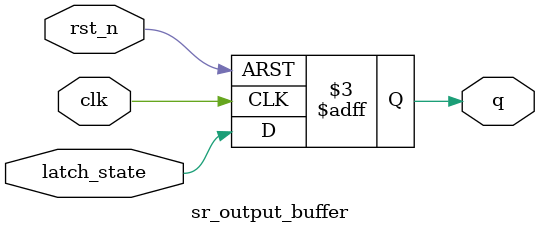
<source format=sv>

`timescale 1ns / 1ps

module sr_latch_top (
    input  wire        clk,       // Clock input
    input  wire        rst_n,     // Active-low reset
    input  wire        s,         // Set input
    input  wire        r,         // Reset input
    output wire        q          // Output state
);

    // Pipeline stage signals for improved datapath organization
    wire        s_conditioned_stage1;
    wire        r_conditioned_stage1;
    wire        set_active_stage1;
    wire        reset_active_stage1;
    reg         set_active_stage2;
    reg         reset_active_stage2;
    reg         latch_state_stage2;
    reg         latch_state_stage3;
    
    // Stage 1: Input conditioning with improved isolation
    sr_input_conditioning u_input_conditioning (
        .clk           (clk),
        .rst_n         (rst_n),
        .s_in          (s),
        .r_in          (r),
        .s_conditioned (s_conditioned_stage1),
        .r_conditioned (r_conditioned_stage1),
        .set_active    (set_active_stage1),
        .reset_active  (reset_active_stage1)
    );
    
    // Pipeline register between conditioning and core logic
    always @(posedge clk or negedge rst_n) begin
        if (!rst_n) begin
            set_active_stage2   <= 1'b0;
            reset_active_stage2 <= 1'b0;
        end else begin
            set_active_stage2   <= set_active_stage1;
            reset_active_stage2 <= reset_active_stage1;
        end
    end
    
    // Stage 2: Core latch operation with registered inputs
    sr_latch_core u_latch_core (
        .clk           (clk),
        .rst_n         (rst_n),
        .set_active    (set_active_stage2),
        .reset_active  (reset_active_stage2),
        .q_out         (latch_state_stage2)
    );
    
    // Pipeline register between core logic and output buffer
    always @(posedge clk or negedge rst_n) begin
        if (!rst_n) begin
            latch_state_stage3 <= 1'b0;
        end else begin
            latch_state_stage3 <= latch_state_stage2;
        end
    end
    
    // Stage 3: Output buffering with registered input
    sr_output_buffer u_output_buffer (
        .clk           (clk),
        .rst_n         (rst_n),
        .latch_state   (latch_state_stage3),
        .q             (q)
    );

endmodule

///////////////////////////////////////////////////////////////////////////////
// File: sr_input_conditioning.v
// Description: Pipelined input signal conditioning module
// Standard: IEEE 1364-2005
///////////////////////////////////////////////////////////////////////////////

module sr_input_conditioning (
    input  wire        clk,           // Clock input
    input  wire        rst_n,         // Active-low reset
    input  wire        s_in,          // Raw set input
    input  wire        r_in,          // Raw reset input
    output reg         s_conditioned, // Registered set signal
    output reg         r_conditioned, // Registered reset signal
    output wire        set_active,    // Conditioned set signal
    output wire        reset_active   // Conditioned reset signal
);

    // Input registration for better timing
    always @(posedge clk or negedge rst_n) begin
        if (!rst_n) begin
            s_conditioned <= 1'b0;
            r_conditioned <= 1'b0;
        end else begin
            s_conditioned <= s_in;
            r_conditioned <= r_in;
        end
    end

    // Improved input conditioning logic with priority resolution
    assign set_active = s_conditioned && !r_conditioned;
    assign reset_active = !s_conditioned && r_conditioned;

endmodule

///////////////////////////////////////////////////////////////////////////////
// File: sr_latch_core.v
// Description: Core SR latch functionality with synchronous behavior
// Standard: IEEE 1364-2005
///////////////////////////////////////////////////////////////////////////////

module sr_latch_core (
    input  wire        clk,           // Clock input
    input  wire        rst_n,         // Active-low reset
    input  wire        set_active,    // Active set signal
    input  wire        reset_active,  // Active reset signal
    output reg         q_out          // Latch state output
);

    // Synchronous SR latch with priority reset for improved stability
    always @(posedge clk or negedge rst_n) begin
        if (!rst_n) begin
            q_out <= 1'b0;
        end else if (reset_active) begin
            q_out <= 1'b0;
        end else if (set_active) begin
            q_out <= 1'b1;
        end
        // Hold state when neither set nor reset is active
    end

endmodule

///////////////////////////////////////////////////////////////////////////////
// File: sr_output_buffer.v
// Description: Output buffering with drive strength control
// Standard: IEEE 1364-2005
///////////////////////////////////////////////////////////////////////////////

module sr_output_buffer (
    input  wire        clk,           // Clock input
    input  wire        rst_n,         // Active-low reset
    input  wire        latch_state,   // Internal latch state
    output reg         q              // Registered buffered output
);

    // Output registration for improved drive capability and timing
    always @(posedge clk or negedge rst_n) begin
        if (!rst_n) begin
            q <= 1'b0;
        end else begin
            q <= latch_state;
        end
    end

endmodule
</source>
